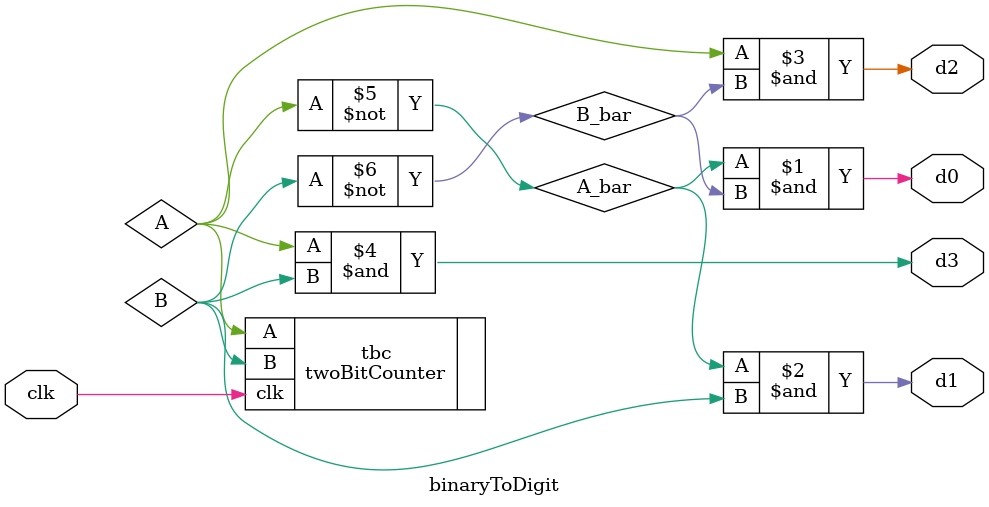
<source format=v>
module binaryToDigit (d0, d1, d2, d3, clk);
	
	// Declaraçao de entradas e saidas
	input clk;
	output d0, d1, d2, d3;
	
	// Declaraçao Fios intermediarios
	wire Q_F0, Q_F1, A_bar, B_bar, A, B;
	
	//Logica dos digitos
	not not0 (A_bar, A);
	not not1 (B_bar, B);
	and and1 (d0, A_bar, B_bar);
	and and2 (d1, A_bar, B);
	and and3 (d2, A, B_bar);
	and and4 (d3, A, B);
	
	twoBitCounter tbc(
	
	.clk(clk),
	.A (A),
	.B (B)

);

endmodule

</source>
